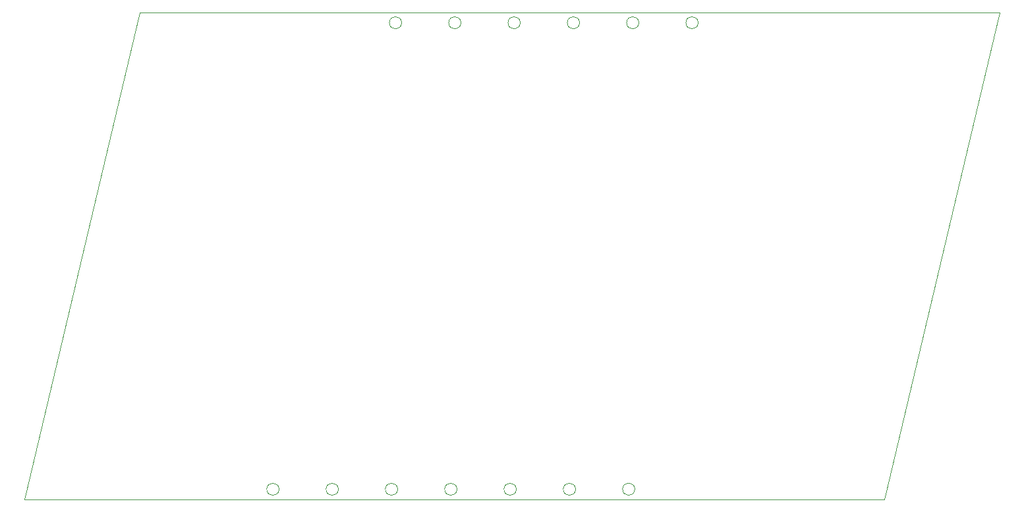
<source format=gbr>
%TF.GenerationSoftware,KiCad,Pcbnew,9.0.2*%
%TF.CreationDate,2025-08-03T15:01:54-04:00*%
%TF.ProjectId,SGTC,53475443-2e6b-4696-9361-645f70636258,rev?*%
%TF.SameCoordinates,Original*%
%TF.FileFunction,Profile,NP*%
%FSLAX46Y46*%
G04 Gerber Fmt 4.6, Leading zero omitted, Abs format (unit mm)*
G04 Created by KiCad (PCBNEW 9.0.2) date 2025-08-03 15:01:54*
%MOMM*%
%LPD*%
G01*
G04 APERTURE LIST*
%TA.AperFunction,Profile*%
%ADD10C,0.050000*%
%TD*%
G04 APERTURE END LIST*
D10*
X135611548Y-123468452D02*
G75*
G02*
X134034852Y-123468452I-788348J0D01*
G01*
X134034852Y-123468452D02*
G75*
G02*
X135611548Y-123468452I788348J0D01*
G01*
X127991548Y-123468452D02*
G75*
G02*
X126414852Y-123468452I-788348J0D01*
G01*
X126414852Y-123468452D02*
G75*
G02*
X127991548Y-123468452I788348J0D01*
G01*
X166603379Y-63526348D02*
G75*
G02*
X165026683Y-63526348I-788348J0D01*
G01*
X165026683Y-63526348D02*
G75*
G02*
X166603379Y-63526348I788348J0D01*
G01*
X128504579Y-63536400D02*
G75*
G02*
X126927883Y-63536400I-788348J0D01*
G01*
X126927883Y-63536400D02*
G75*
G02*
X128504579Y-63536400I788348J0D01*
G01*
X158470348Y-123458400D02*
G75*
G02*
X156893652Y-123458400I-788348J0D01*
G01*
X156893652Y-123458400D02*
G75*
G02*
X158470348Y-123458400I788348J0D01*
G01*
X151364579Y-63536400D02*
G75*
G02*
X149787883Y-63536400I-788348J0D01*
G01*
X149787883Y-63536400D02*
G75*
G02*
X151364579Y-63536400I788348J0D01*
G01*
X150851548Y-123468452D02*
G75*
G02*
X149274852Y-123468452I-788348J0D01*
G01*
X149274852Y-123468452D02*
G75*
G02*
X150851548Y-123468452I788348J0D01*
G01*
X120371548Y-123468452D02*
G75*
G02*
X118794852Y-123468452I-788348J0D01*
G01*
X118794852Y-123468452D02*
G75*
G02*
X120371548Y-123468452I788348J0D01*
G01*
X143231548Y-123468452D02*
G75*
G02*
X141654852Y-123468452I-788348J0D01*
G01*
X141654852Y-123468452D02*
G75*
G02*
X143231548Y-123468452I788348J0D01*
G01*
X158984579Y-63536400D02*
G75*
G02*
X157407883Y-63536400I-788348J0D01*
G01*
X157407883Y-63536400D02*
G75*
G02*
X158984579Y-63536400I788348J0D01*
G01*
X112751548Y-123468452D02*
G75*
G02*
X111174852Y-123468452I-788348J0D01*
G01*
X111174852Y-123468452D02*
G75*
G02*
X112751548Y-123468452I788348J0D01*
G01*
X205325880Y-62184328D02*
X94835880Y-62184328D01*
X94835880Y-62184328D02*
X80060000Y-124800000D01*
X80060000Y-124800000D02*
X190550000Y-124800000D01*
X136124579Y-63536400D02*
G75*
G02*
X134547883Y-63536400I-788348J0D01*
G01*
X134547883Y-63536400D02*
G75*
G02*
X136124579Y-63536400I788348J0D01*
G01*
X143744579Y-63536400D02*
G75*
G02*
X142167883Y-63536400I-788348J0D01*
G01*
X142167883Y-63536400D02*
G75*
G02*
X143744579Y-63536400I788348J0D01*
G01*
X190550000Y-124800000D02*
X205330000Y-62190000D01*
M02*

</source>
